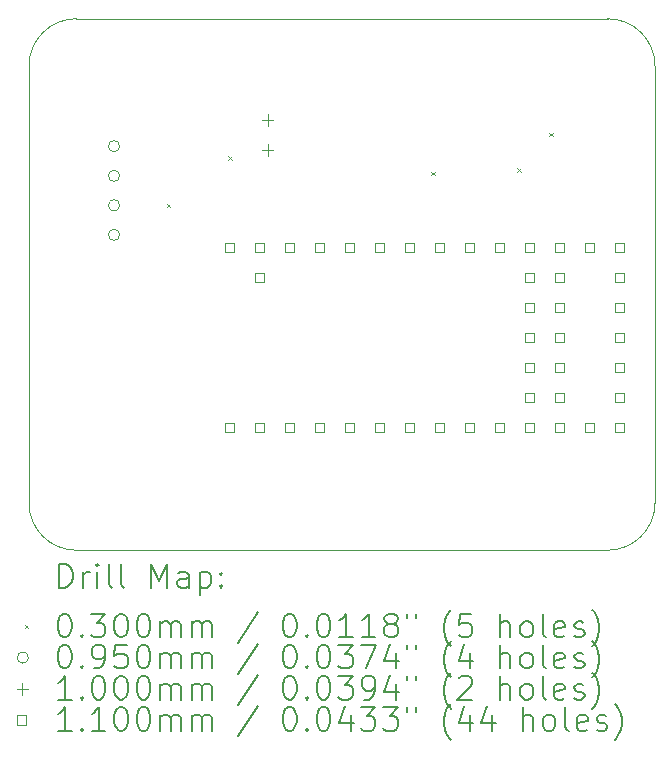
<source format=gbr>
%TF.GenerationSoftware,KiCad,Pcbnew,7.0.8*%
%TF.CreationDate,2023-12-02T16:40:04-07:00*%
%TF.ProjectId,IMUBox,494d5542-6f78-42e6-9b69-6361645f7063,v2*%
%TF.SameCoordinates,Original*%
%TF.FileFunction,Drillmap*%
%TF.FilePolarity,Positive*%
%FSLAX45Y45*%
G04 Gerber Fmt 4.5, Leading zero omitted, Abs format (unit mm)*
G04 Created by KiCad (PCBNEW 7.0.8) date 2023-12-02 16:40:04*
%MOMM*%
%LPD*%
G01*
G04 APERTURE LIST*
%ADD10C,0.100000*%
%ADD11C,0.200000*%
%ADD12C,0.030000*%
%ADD13C,0.095000*%
%ADD14C,0.110000*%
G04 APERTURE END LIST*
D10*
X11400000Y-7900000D02*
X15900000Y-7900000D01*
X15900000Y-7900000D02*
G75*
G03*
X16300000Y-7500000I0J400000D01*
G01*
X16300000Y-7500000D02*
X16300000Y-3800000D01*
X11000000Y-7500000D02*
G75*
G03*
X11400000Y-7900000I400000J0D01*
G01*
X11400000Y-3400000D02*
G75*
G03*
X11000000Y-3800000I0J-400000D01*
G01*
X11000000Y-3800000D02*
X11000000Y-7500000D01*
X16300000Y-3800000D02*
G75*
G03*
X15900000Y-3400000I-400000J0D01*
G01*
X11400000Y-3400000D02*
X15900000Y-3400000D01*
D11*
D12*
X12165000Y-4965000D02*
X12195000Y-4995000D01*
X12195000Y-4965000D02*
X12165000Y-4995000D01*
X12685000Y-4565000D02*
X12715000Y-4595000D01*
X12715000Y-4565000D02*
X12685000Y-4595000D01*
X14405000Y-4695000D02*
X14435000Y-4725000D01*
X14435000Y-4695000D02*
X14405000Y-4725000D01*
X15135000Y-4665000D02*
X15165000Y-4695000D01*
X15165000Y-4665000D02*
X15135000Y-4695000D01*
X15405000Y-4365000D02*
X15435000Y-4395000D01*
X15435000Y-4365000D02*
X15405000Y-4395000D01*
D13*
X11767500Y-4480000D02*
G75*
G03*
X11767500Y-4480000I-47500J0D01*
G01*
X11767500Y-4730000D02*
G75*
G03*
X11767500Y-4730000I-47500J0D01*
G01*
X11767500Y-4980000D02*
G75*
G03*
X11767500Y-4980000I-47500J0D01*
G01*
X11767500Y-5230000D02*
G75*
G03*
X11767500Y-5230000I-47500J0D01*
G01*
D10*
X13020000Y-4206000D02*
X13020000Y-4306000D01*
X12970000Y-4256000D02*
X13070000Y-4256000D01*
X13020000Y-4460000D02*
X13020000Y-4560000D01*
X12970000Y-4510000D02*
X13070000Y-4510000D01*
D14*
X12738891Y-5372891D02*
X12738891Y-5295109D01*
X12661109Y-5295109D01*
X12661109Y-5372891D01*
X12738891Y-5372891D01*
X12738891Y-6896891D02*
X12738891Y-6819109D01*
X12661109Y-6819109D01*
X12661109Y-6896891D01*
X12738891Y-6896891D01*
X12992891Y-5372891D02*
X12992891Y-5295109D01*
X12915109Y-5295109D01*
X12915109Y-5372891D01*
X12992891Y-5372891D01*
X12992891Y-5626891D02*
X12992891Y-5549109D01*
X12915109Y-5549109D01*
X12915109Y-5626891D01*
X12992891Y-5626891D01*
X12992891Y-6896891D02*
X12992891Y-6819109D01*
X12915109Y-6819109D01*
X12915109Y-6896891D01*
X12992891Y-6896891D01*
X13246891Y-5372891D02*
X13246891Y-5295109D01*
X13169109Y-5295109D01*
X13169109Y-5372891D01*
X13246891Y-5372891D01*
X13246891Y-6896891D02*
X13246891Y-6819109D01*
X13169109Y-6819109D01*
X13169109Y-6896891D01*
X13246891Y-6896891D01*
X13500891Y-5372891D02*
X13500891Y-5295109D01*
X13423109Y-5295109D01*
X13423109Y-5372891D01*
X13500891Y-5372891D01*
X13500891Y-6896891D02*
X13500891Y-6819109D01*
X13423109Y-6819109D01*
X13423109Y-6896891D01*
X13500891Y-6896891D01*
X13754891Y-5372891D02*
X13754891Y-5295109D01*
X13677109Y-5295109D01*
X13677109Y-5372891D01*
X13754891Y-5372891D01*
X13754891Y-6896891D02*
X13754891Y-6819109D01*
X13677109Y-6819109D01*
X13677109Y-6896891D01*
X13754891Y-6896891D01*
X14008891Y-5372891D02*
X14008891Y-5295109D01*
X13931109Y-5295109D01*
X13931109Y-5372891D01*
X14008891Y-5372891D01*
X14008891Y-6896891D02*
X14008891Y-6819109D01*
X13931109Y-6819109D01*
X13931109Y-6896891D01*
X14008891Y-6896891D01*
X14262891Y-5372891D02*
X14262891Y-5295109D01*
X14185109Y-5295109D01*
X14185109Y-5372891D01*
X14262891Y-5372891D01*
X14262891Y-6896891D02*
X14262891Y-6819109D01*
X14185109Y-6819109D01*
X14185109Y-6896891D01*
X14262891Y-6896891D01*
X14516891Y-5372891D02*
X14516891Y-5295109D01*
X14439109Y-5295109D01*
X14439109Y-5372891D01*
X14516891Y-5372891D01*
X14516891Y-6896891D02*
X14516891Y-6819109D01*
X14439109Y-6819109D01*
X14439109Y-6896891D01*
X14516891Y-6896891D01*
X14770891Y-5372891D02*
X14770891Y-5295109D01*
X14693109Y-5295109D01*
X14693109Y-5372891D01*
X14770891Y-5372891D01*
X14770891Y-6896891D02*
X14770891Y-6819109D01*
X14693109Y-6819109D01*
X14693109Y-6896891D01*
X14770891Y-6896891D01*
X15024891Y-5372891D02*
X15024891Y-5295109D01*
X14947109Y-5295109D01*
X14947109Y-5372891D01*
X15024891Y-5372891D01*
X15024891Y-6896891D02*
X15024891Y-6819109D01*
X14947109Y-6819109D01*
X14947109Y-6896891D01*
X15024891Y-6896891D01*
X15278891Y-5372891D02*
X15278891Y-5295109D01*
X15201109Y-5295109D01*
X15201109Y-5372891D01*
X15278891Y-5372891D01*
X15278891Y-5626891D02*
X15278891Y-5549109D01*
X15201109Y-5549109D01*
X15201109Y-5626891D01*
X15278891Y-5626891D01*
X15278891Y-5880891D02*
X15278891Y-5803109D01*
X15201109Y-5803109D01*
X15201109Y-5880891D01*
X15278891Y-5880891D01*
X15278891Y-6134891D02*
X15278891Y-6057109D01*
X15201109Y-6057109D01*
X15201109Y-6134891D01*
X15278891Y-6134891D01*
X15278891Y-6388891D02*
X15278891Y-6311109D01*
X15201109Y-6311109D01*
X15201109Y-6388891D01*
X15278891Y-6388891D01*
X15278891Y-6642891D02*
X15278891Y-6565109D01*
X15201109Y-6565109D01*
X15201109Y-6642891D01*
X15278891Y-6642891D01*
X15278891Y-6896891D02*
X15278891Y-6819109D01*
X15201109Y-6819109D01*
X15201109Y-6896891D01*
X15278891Y-6896891D01*
X15532891Y-5372891D02*
X15532891Y-5295109D01*
X15455109Y-5295109D01*
X15455109Y-5372891D01*
X15532891Y-5372891D01*
X15532891Y-5626891D02*
X15532891Y-5549109D01*
X15455109Y-5549109D01*
X15455109Y-5626891D01*
X15532891Y-5626891D01*
X15532891Y-5880891D02*
X15532891Y-5803109D01*
X15455109Y-5803109D01*
X15455109Y-5880891D01*
X15532891Y-5880891D01*
X15532891Y-6134891D02*
X15532891Y-6057109D01*
X15455109Y-6057109D01*
X15455109Y-6134891D01*
X15532891Y-6134891D01*
X15532891Y-6388891D02*
X15532891Y-6311109D01*
X15455109Y-6311109D01*
X15455109Y-6388891D01*
X15532891Y-6388891D01*
X15532891Y-6642891D02*
X15532891Y-6565109D01*
X15455109Y-6565109D01*
X15455109Y-6642891D01*
X15532891Y-6642891D01*
X15532891Y-6896891D02*
X15532891Y-6819109D01*
X15455109Y-6819109D01*
X15455109Y-6896891D01*
X15532891Y-6896891D01*
X15786891Y-5372891D02*
X15786891Y-5295109D01*
X15709109Y-5295109D01*
X15709109Y-5372891D01*
X15786891Y-5372891D01*
X15786891Y-6896891D02*
X15786891Y-6819109D01*
X15709109Y-6819109D01*
X15709109Y-6896891D01*
X15786891Y-6896891D01*
X16040891Y-5372891D02*
X16040891Y-5295109D01*
X15963109Y-5295109D01*
X15963109Y-5372891D01*
X16040891Y-5372891D01*
X16040891Y-5626891D02*
X16040891Y-5549109D01*
X15963109Y-5549109D01*
X15963109Y-5626891D01*
X16040891Y-5626891D01*
X16040891Y-5880891D02*
X16040891Y-5803109D01*
X15963109Y-5803109D01*
X15963109Y-5880891D01*
X16040891Y-5880891D01*
X16040891Y-6134891D02*
X16040891Y-6057109D01*
X15963109Y-6057109D01*
X15963109Y-6134891D01*
X16040891Y-6134891D01*
X16040891Y-6388891D02*
X16040891Y-6311109D01*
X15963109Y-6311109D01*
X15963109Y-6388891D01*
X16040891Y-6388891D01*
X16040891Y-6642891D02*
X16040891Y-6565109D01*
X15963109Y-6565109D01*
X15963109Y-6642891D01*
X16040891Y-6642891D01*
X16040891Y-6896891D02*
X16040891Y-6819109D01*
X15963109Y-6819109D01*
X15963109Y-6896891D01*
X16040891Y-6896891D01*
D11*
X11255777Y-8216484D02*
X11255777Y-8016484D01*
X11255777Y-8016484D02*
X11303396Y-8016484D01*
X11303396Y-8016484D02*
X11331967Y-8026008D01*
X11331967Y-8026008D02*
X11351015Y-8045055D01*
X11351015Y-8045055D02*
X11360539Y-8064103D01*
X11360539Y-8064103D02*
X11370062Y-8102198D01*
X11370062Y-8102198D02*
X11370062Y-8130769D01*
X11370062Y-8130769D02*
X11360539Y-8168865D01*
X11360539Y-8168865D02*
X11351015Y-8187912D01*
X11351015Y-8187912D02*
X11331967Y-8206960D01*
X11331967Y-8206960D02*
X11303396Y-8216484D01*
X11303396Y-8216484D02*
X11255777Y-8216484D01*
X11455777Y-8216484D02*
X11455777Y-8083150D01*
X11455777Y-8121246D02*
X11465301Y-8102198D01*
X11465301Y-8102198D02*
X11474824Y-8092674D01*
X11474824Y-8092674D02*
X11493872Y-8083150D01*
X11493872Y-8083150D02*
X11512920Y-8083150D01*
X11579586Y-8216484D02*
X11579586Y-8083150D01*
X11579586Y-8016484D02*
X11570062Y-8026008D01*
X11570062Y-8026008D02*
X11579586Y-8035531D01*
X11579586Y-8035531D02*
X11589110Y-8026008D01*
X11589110Y-8026008D02*
X11579586Y-8016484D01*
X11579586Y-8016484D02*
X11579586Y-8035531D01*
X11703396Y-8216484D02*
X11684348Y-8206960D01*
X11684348Y-8206960D02*
X11674824Y-8187912D01*
X11674824Y-8187912D02*
X11674824Y-8016484D01*
X11808158Y-8216484D02*
X11789110Y-8206960D01*
X11789110Y-8206960D02*
X11779586Y-8187912D01*
X11779586Y-8187912D02*
X11779586Y-8016484D01*
X12036729Y-8216484D02*
X12036729Y-8016484D01*
X12036729Y-8016484D02*
X12103396Y-8159341D01*
X12103396Y-8159341D02*
X12170062Y-8016484D01*
X12170062Y-8016484D02*
X12170062Y-8216484D01*
X12351015Y-8216484D02*
X12351015Y-8111722D01*
X12351015Y-8111722D02*
X12341491Y-8092674D01*
X12341491Y-8092674D02*
X12322443Y-8083150D01*
X12322443Y-8083150D02*
X12284348Y-8083150D01*
X12284348Y-8083150D02*
X12265301Y-8092674D01*
X12351015Y-8206960D02*
X12331967Y-8216484D01*
X12331967Y-8216484D02*
X12284348Y-8216484D01*
X12284348Y-8216484D02*
X12265301Y-8206960D01*
X12265301Y-8206960D02*
X12255777Y-8187912D01*
X12255777Y-8187912D02*
X12255777Y-8168865D01*
X12255777Y-8168865D02*
X12265301Y-8149817D01*
X12265301Y-8149817D02*
X12284348Y-8140293D01*
X12284348Y-8140293D02*
X12331967Y-8140293D01*
X12331967Y-8140293D02*
X12351015Y-8130769D01*
X12446253Y-8083150D02*
X12446253Y-8283150D01*
X12446253Y-8092674D02*
X12465301Y-8083150D01*
X12465301Y-8083150D02*
X12503396Y-8083150D01*
X12503396Y-8083150D02*
X12522443Y-8092674D01*
X12522443Y-8092674D02*
X12531967Y-8102198D01*
X12531967Y-8102198D02*
X12541491Y-8121246D01*
X12541491Y-8121246D02*
X12541491Y-8178388D01*
X12541491Y-8178388D02*
X12531967Y-8197436D01*
X12531967Y-8197436D02*
X12522443Y-8206960D01*
X12522443Y-8206960D02*
X12503396Y-8216484D01*
X12503396Y-8216484D02*
X12465301Y-8216484D01*
X12465301Y-8216484D02*
X12446253Y-8206960D01*
X12627205Y-8197436D02*
X12636729Y-8206960D01*
X12636729Y-8206960D02*
X12627205Y-8216484D01*
X12627205Y-8216484D02*
X12617682Y-8206960D01*
X12617682Y-8206960D02*
X12627205Y-8197436D01*
X12627205Y-8197436D02*
X12627205Y-8216484D01*
X12627205Y-8092674D02*
X12636729Y-8102198D01*
X12636729Y-8102198D02*
X12627205Y-8111722D01*
X12627205Y-8111722D02*
X12617682Y-8102198D01*
X12617682Y-8102198D02*
X12627205Y-8092674D01*
X12627205Y-8092674D02*
X12627205Y-8111722D01*
D12*
X10965000Y-8530000D02*
X10995000Y-8560000D01*
X10995000Y-8530000D02*
X10965000Y-8560000D01*
D11*
X11293872Y-8436484D02*
X11312920Y-8436484D01*
X11312920Y-8436484D02*
X11331967Y-8446008D01*
X11331967Y-8446008D02*
X11341491Y-8455531D01*
X11341491Y-8455531D02*
X11351015Y-8474579D01*
X11351015Y-8474579D02*
X11360539Y-8512674D01*
X11360539Y-8512674D02*
X11360539Y-8560293D01*
X11360539Y-8560293D02*
X11351015Y-8598389D01*
X11351015Y-8598389D02*
X11341491Y-8617436D01*
X11341491Y-8617436D02*
X11331967Y-8626960D01*
X11331967Y-8626960D02*
X11312920Y-8636484D01*
X11312920Y-8636484D02*
X11293872Y-8636484D01*
X11293872Y-8636484D02*
X11274824Y-8626960D01*
X11274824Y-8626960D02*
X11265301Y-8617436D01*
X11265301Y-8617436D02*
X11255777Y-8598389D01*
X11255777Y-8598389D02*
X11246253Y-8560293D01*
X11246253Y-8560293D02*
X11246253Y-8512674D01*
X11246253Y-8512674D02*
X11255777Y-8474579D01*
X11255777Y-8474579D02*
X11265301Y-8455531D01*
X11265301Y-8455531D02*
X11274824Y-8446008D01*
X11274824Y-8446008D02*
X11293872Y-8436484D01*
X11446253Y-8617436D02*
X11455777Y-8626960D01*
X11455777Y-8626960D02*
X11446253Y-8636484D01*
X11446253Y-8636484D02*
X11436729Y-8626960D01*
X11436729Y-8626960D02*
X11446253Y-8617436D01*
X11446253Y-8617436D02*
X11446253Y-8636484D01*
X11522443Y-8436484D02*
X11646253Y-8436484D01*
X11646253Y-8436484D02*
X11579586Y-8512674D01*
X11579586Y-8512674D02*
X11608158Y-8512674D01*
X11608158Y-8512674D02*
X11627205Y-8522198D01*
X11627205Y-8522198D02*
X11636729Y-8531722D01*
X11636729Y-8531722D02*
X11646253Y-8550770D01*
X11646253Y-8550770D02*
X11646253Y-8598389D01*
X11646253Y-8598389D02*
X11636729Y-8617436D01*
X11636729Y-8617436D02*
X11627205Y-8626960D01*
X11627205Y-8626960D02*
X11608158Y-8636484D01*
X11608158Y-8636484D02*
X11551015Y-8636484D01*
X11551015Y-8636484D02*
X11531967Y-8626960D01*
X11531967Y-8626960D02*
X11522443Y-8617436D01*
X11770062Y-8436484D02*
X11789110Y-8436484D01*
X11789110Y-8436484D02*
X11808158Y-8446008D01*
X11808158Y-8446008D02*
X11817682Y-8455531D01*
X11817682Y-8455531D02*
X11827205Y-8474579D01*
X11827205Y-8474579D02*
X11836729Y-8512674D01*
X11836729Y-8512674D02*
X11836729Y-8560293D01*
X11836729Y-8560293D02*
X11827205Y-8598389D01*
X11827205Y-8598389D02*
X11817682Y-8617436D01*
X11817682Y-8617436D02*
X11808158Y-8626960D01*
X11808158Y-8626960D02*
X11789110Y-8636484D01*
X11789110Y-8636484D02*
X11770062Y-8636484D01*
X11770062Y-8636484D02*
X11751015Y-8626960D01*
X11751015Y-8626960D02*
X11741491Y-8617436D01*
X11741491Y-8617436D02*
X11731967Y-8598389D01*
X11731967Y-8598389D02*
X11722443Y-8560293D01*
X11722443Y-8560293D02*
X11722443Y-8512674D01*
X11722443Y-8512674D02*
X11731967Y-8474579D01*
X11731967Y-8474579D02*
X11741491Y-8455531D01*
X11741491Y-8455531D02*
X11751015Y-8446008D01*
X11751015Y-8446008D02*
X11770062Y-8436484D01*
X11960539Y-8436484D02*
X11979586Y-8436484D01*
X11979586Y-8436484D02*
X11998634Y-8446008D01*
X11998634Y-8446008D02*
X12008158Y-8455531D01*
X12008158Y-8455531D02*
X12017682Y-8474579D01*
X12017682Y-8474579D02*
X12027205Y-8512674D01*
X12027205Y-8512674D02*
X12027205Y-8560293D01*
X12027205Y-8560293D02*
X12017682Y-8598389D01*
X12017682Y-8598389D02*
X12008158Y-8617436D01*
X12008158Y-8617436D02*
X11998634Y-8626960D01*
X11998634Y-8626960D02*
X11979586Y-8636484D01*
X11979586Y-8636484D02*
X11960539Y-8636484D01*
X11960539Y-8636484D02*
X11941491Y-8626960D01*
X11941491Y-8626960D02*
X11931967Y-8617436D01*
X11931967Y-8617436D02*
X11922443Y-8598389D01*
X11922443Y-8598389D02*
X11912920Y-8560293D01*
X11912920Y-8560293D02*
X11912920Y-8512674D01*
X11912920Y-8512674D02*
X11922443Y-8474579D01*
X11922443Y-8474579D02*
X11931967Y-8455531D01*
X11931967Y-8455531D02*
X11941491Y-8446008D01*
X11941491Y-8446008D02*
X11960539Y-8436484D01*
X12112920Y-8636484D02*
X12112920Y-8503150D01*
X12112920Y-8522198D02*
X12122443Y-8512674D01*
X12122443Y-8512674D02*
X12141491Y-8503150D01*
X12141491Y-8503150D02*
X12170063Y-8503150D01*
X12170063Y-8503150D02*
X12189110Y-8512674D01*
X12189110Y-8512674D02*
X12198634Y-8531722D01*
X12198634Y-8531722D02*
X12198634Y-8636484D01*
X12198634Y-8531722D02*
X12208158Y-8512674D01*
X12208158Y-8512674D02*
X12227205Y-8503150D01*
X12227205Y-8503150D02*
X12255777Y-8503150D01*
X12255777Y-8503150D02*
X12274824Y-8512674D01*
X12274824Y-8512674D02*
X12284348Y-8531722D01*
X12284348Y-8531722D02*
X12284348Y-8636484D01*
X12379586Y-8636484D02*
X12379586Y-8503150D01*
X12379586Y-8522198D02*
X12389110Y-8512674D01*
X12389110Y-8512674D02*
X12408158Y-8503150D01*
X12408158Y-8503150D02*
X12436729Y-8503150D01*
X12436729Y-8503150D02*
X12455777Y-8512674D01*
X12455777Y-8512674D02*
X12465301Y-8531722D01*
X12465301Y-8531722D02*
X12465301Y-8636484D01*
X12465301Y-8531722D02*
X12474824Y-8512674D01*
X12474824Y-8512674D02*
X12493872Y-8503150D01*
X12493872Y-8503150D02*
X12522443Y-8503150D01*
X12522443Y-8503150D02*
X12541491Y-8512674D01*
X12541491Y-8512674D02*
X12551015Y-8531722D01*
X12551015Y-8531722D02*
X12551015Y-8636484D01*
X12941491Y-8426960D02*
X12770063Y-8684103D01*
X13198634Y-8436484D02*
X13217682Y-8436484D01*
X13217682Y-8436484D02*
X13236729Y-8446008D01*
X13236729Y-8446008D02*
X13246253Y-8455531D01*
X13246253Y-8455531D02*
X13255777Y-8474579D01*
X13255777Y-8474579D02*
X13265301Y-8512674D01*
X13265301Y-8512674D02*
X13265301Y-8560293D01*
X13265301Y-8560293D02*
X13255777Y-8598389D01*
X13255777Y-8598389D02*
X13246253Y-8617436D01*
X13246253Y-8617436D02*
X13236729Y-8626960D01*
X13236729Y-8626960D02*
X13217682Y-8636484D01*
X13217682Y-8636484D02*
X13198634Y-8636484D01*
X13198634Y-8636484D02*
X13179586Y-8626960D01*
X13179586Y-8626960D02*
X13170063Y-8617436D01*
X13170063Y-8617436D02*
X13160539Y-8598389D01*
X13160539Y-8598389D02*
X13151015Y-8560293D01*
X13151015Y-8560293D02*
X13151015Y-8512674D01*
X13151015Y-8512674D02*
X13160539Y-8474579D01*
X13160539Y-8474579D02*
X13170063Y-8455531D01*
X13170063Y-8455531D02*
X13179586Y-8446008D01*
X13179586Y-8446008D02*
X13198634Y-8436484D01*
X13351015Y-8617436D02*
X13360539Y-8626960D01*
X13360539Y-8626960D02*
X13351015Y-8636484D01*
X13351015Y-8636484D02*
X13341491Y-8626960D01*
X13341491Y-8626960D02*
X13351015Y-8617436D01*
X13351015Y-8617436D02*
X13351015Y-8636484D01*
X13484348Y-8436484D02*
X13503396Y-8436484D01*
X13503396Y-8436484D02*
X13522444Y-8446008D01*
X13522444Y-8446008D02*
X13531967Y-8455531D01*
X13531967Y-8455531D02*
X13541491Y-8474579D01*
X13541491Y-8474579D02*
X13551015Y-8512674D01*
X13551015Y-8512674D02*
X13551015Y-8560293D01*
X13551015Y-8560293D02*
X13541491Y-8598389D01*
X13541491Y-8598389D02*
X13531967Y-8617436D01*
X13531967Y-8617436D02*
X13522444Y-8626960D01*
X13522444Y-8626960D02*
X13503396Y-8636484D01*
X13503396Y-8636484D02*
X13484348Y-8636484D01*
X13484348Y-8636484D02*
X13465301Y-8626960D01*
X13465301Y-8626960D02*
X13455777Y-8617436D01*
X13455777Y-8617436D02*
X13446253Y-8598389D01*
X13446253Y-8598389D02*
X13436729Y-8560293D01*
X13436729Y-8560293D02*
X13436729Y-8512674D01*
X13436729Y-8512674D02*
X13446253Y-8474579D01*
X13446253Y-8474579D02*
X13455777Y-8455531D01*
X13455777Y-8455531D02*
X13465301Y-8446008D01*
X13465301Y-8446008D02*
X13484348Y-8436484D01*
X13741491Y-8636484D02*
X13627206Y-8636484D01*
X13684348Y-8636484D02*
X13684348Y-8436484D01*
X13684348Y-8436484D02*
X13665301Y-8465055D01*
X13665301Y-8465055D02*
X13646253Y-8484103D01*
X13646253Y-8484103D02*
X13627206Y-8493627D01*
X13931967Y-8636484D02*
X13817682Y-8636484D01*
X13874825Y-8636484D02*
X13874825Y-8436484D01*
X13874825Y-8436484D02*
X13855777Y-8465055D01*
X13855777Y-8465055D02*
X13836729Y-8484103D01*
X13836729Y-8484103D02*
X13817682Y-8493627D01*
X14046253Y-8522198D02*
X14027206Y-8512674D01*
X14027206Y-8512674D02*
X14017682Y-8503150D01*
X14017682Y-8503150D02*
X14008158Y-8484103D01*
X14008158Y-8484103D02*
X14008158Y-8474579D01*
X14008158Y-8474579D02*
X14017682Y-8455531D01*
X14017682Y-8455531D02*
X14027206Y-8446008D01*
X14027206Y-8446008D02*
X14046253Y-8436484D01*
X14046253Y-8436484D02*
X14084348Y-8436484D01*
X14084348Y-8436484D02*
X14103396Y-8446008D01*
X14103396Y-8446008D02*
X14112920Y-8455531D01*
X14112920Y-8455531D02*
X14122444Y-8474579D01*
X14122444Y-8474579D02*
X14122444Y-8484103D01*
X14122444Y-8484103D02*
X14112920Y-8503150D01*
X14112920Y-8503150D02*
X14103396Y-8512674D01*
X14103396Y-8512674D02*
X14084348Y-8522198D01*
X14084348Y-8522198D02*
X14046253Y-8522198D01*
X14046253Y-8522198D02*
X14027206Y-8531722D01*
X14027206Y-8531722D02*
X14017682Y-8541246D01*
X14017682Y-8541246D02*
X14008158Y-8560293D01*
X14008158Y-8560293D02*
X14008158Y-8598389D01*
X14008158Y-8598389D02*
X14017682Y-8617436D01*
X14017682Y-8617436D02*
X14027206Y-8626960D01*
X14027206Y-8626960D02*
X14046253Y-8636484D01*
X14046253Y-8636484D02*
X14084348Y-8636484D01*
X14084348Y-8636484D02*
X14103396Y-8626960D01*
X14103396Y-8626960D02*
X14112920Y-8617436D01*
X14112920Y-8617436D02*
X14122444Y-8598389D01*
X14122444Y-8598389D02*
X14122444Y-8560293D01*
X14122444Y-8560293D02*
X14112920Y-8541246D01*
X14112920Y-8541246D02*
X14103396Y-8531722D01*
X14103396Y-8531722D02*
X14084348Y-8522198D01*
X14198634Y-8436484D02*
X14198634Y-8474579D01*
X14274825Y-8436484D02*
X14274825Y-8474579D01*
X14570063Y-8712674D02*
X14560539Y-8703150D01*
X14560539Y-8703150D02*
X14541491Y-8674579D01*
X14541491Y-8674579D02*
X14531968Y-8655531D01*
X14531968Y-8655531D02*
X14522444Y-8626960D01*
X14522444Y-8626960D02*
X14512920Y-8579341D01*
X14512920Y-8579341D02*
X14512920Y-8541246D01*
X14512920Y-8541246D02*
X14522444Y-8493627D01*
X14522444Y-8493627D02*
X14531968Y-8465055D01*
X14531968Y-8465055D02*
X14541491Y-8446008D01*
X14541491Y-8446008D02*
X14560539Y-8417436D01*
X14560539Y-8417436D02*
X14570063Y-8407912D01*
X14741491Y-8436484D02*
X14646253Y-8436484D01*
X14646253Y-8436484D02*
X14636729Y-8531722D01*
X14636729Y-8531722D02*
X14646253Y-8522198D01*
X14646253Y-8522198D02*
X14665301Y-8512674D01*
X14665301Y-8512674D02*
X14712920Y-8512674D01*
X14712920Y-8512674D02*
X14731968Y-8522198D01*
X14731968Y-8522198D02*
X14741491Y-8531722D01*
X14741491Y-8531722D02*
X14751015Y-8550770D01*
X14751015Y-8550770D02*
X14751015Y-8598389D01*
X14751015Y-8598389D02*
X14741491Y-8617436D01*
X14741491Y-8617436D02*
X14731968Y-8626960D01*
X14731968Y-8626960D02*
X14712920Y-8636484D01*
X14712920Y-8636484D02*
X14665301Y-8636484D01*
X14665301Y-8636484D02*
X14646253Y-8626960D01*
X14646253Y-8626960D02*
X14636729Y-8617436D01*
X14989110Y-8636484D02*
X14989110Y-8436484D01*
X15074825Y-8636484D02*
X15074825Y-8531722D01*
X15074825Y-8531722D02*
X15065301Y-8512674D01*
X15065301Y-8512674D02*
X15046253Y-8503150D01*
X15046253Y-8503150D02*
X15017682Y-8503150D01*
X15017682Y-8503150D02*
X14998634Y-8512674D01*
X14998634Y-8512674D02*
X14989110Y-8522198D01*
X15198634Y-8636484D02*
X15179587Y-8626960D01*
X15179587Y-8626960D02*
X15170063Y-8617436D01*
X15170063Y-8617436D02*
X15160539Y-8598389D01*
X15160539Y-8598389D02*
X15160539Y-8541246D01*
X15160539Y-8541246D02*
X15170063Y-8522198D01*
X15170063Y-8522198D02*
X15179587Y-8512674D01*
X15179587Y-8512674D02*
X15198634Y-8503150D01*
X15198634Y-8503150D02*
X15227206Y-8503150D01*
X15227206Y-8503150D02*
X15246253Y-8512674D01*
X15246253Y-8512674D02*
X15255777Y-8522198D01*
X15255777Y-8522198D02*
X15265301Y-8541246D01*
X15265301Y-8541246D02*
X15265301Y-8598389D01*
X15265301Y-8598389D02*
X15255777Y-8617436D01*
X15255777Y-8617436D02*
X15246253Y-8626960D01*
X15246253Y-8626960D02*
X15227206Y-8636484D01*
X15227206Y-8636484D02*
X15198634Y-8636484D01*
X15379587Y-8636484D02*
X15360539Y-8626960D01*
X15360539Y-8626960D02*
X15351015Y-8607912D01*
X15351015Y-8607912D02*
X15351015Y-8436484D01*
X15531968Y-8626960D02*
X15512920Y-8636484D01*
X15512920Y-8636484D02*
X15474825Y-8636484D01*
X15474825Y-8636484D02*
X15455777Y-8626960D01*
X15455777Y-8626960D02*
X15446253Y-8607912D01*
X15446253Y-8607912D02*
X15446253Y-8531722D01*
X15446253Y-8531722D02*
X15455777Y-8512674D01*
X15455777Y-8512674D02*
X15474825Y-8503150D01*
X15474825Y-8503150D02*
X15512920Y-8503150D01*
X15512920Y-8503150D02*
X15531968Y-8512674D01*
X15531968Y-8512674D02*
X15541491Y-8531722D01*
X15541491Y-8531722D02*
X15541491Y-8550770D01*
X15541491Y-8550770D02*
X15446253Y-8569817D01*
X15617682Y-8626960D02*
X15636730Y-8636484D01*
X15636730Y-8636484D02*
X15674825Y-8636484D01*
X15674825Y-8636484D02*
X15693872Y-8626960D01*
X15693872Y-8626960D02*
X15703396Y-8607912D01*
X15703396Y-8607912D02*
X15703396Y-8598389D01*
X15703396Y-8598389D02*
X15693872Y-8579341D01*
X15693872Y-8579341D02*
X15674825Y-8569817D01*
X15674825Y-8569817D02*
X15646253Y-8569817D01*
X15646253Y-8569817D02*
X15627206Y-8560293D01*
X15627206Y-8560293D02*
X15617682Y-8541246D01*
X15617682Y-8541246D02*
X15617682Y-8531722D01*
X15617682Y-8531722D02*
X15627206Y-8512674D01*
X15627206Y-8512674D02*
X15646253Y-8503150D01*
X15646253Y-8503150D02*
X15674825Y-8503150D01*
X15674825Y-8503150D02*
X15693872Y-8512674D01*
X15770063Y-8712674D02*
X15779587Y-8703150D01*
X15779587Y-8703150D02*
X15798634Y-8674579D01*
X15798634Y-8674579D02*
X15808158Y-8655531D01*
X15808158Y-8655531D02*
X15817682Y-8626960D01*
X15817682Y-8626960D02*
X15827206Y-8579341D01*
X15827206Y-8579341D02*
X15827206Y-8541246D01*
X15827206Y-8541246D02*
X15817682Y-8493627D01*
X15817682Y-8493627D02*
X15808158Y-8465055D01*
X15808158Y-8465055D02*
X15798634Y-8446008D01*
X15798634Y-8446008D02*
X15779587Y-8417436D01*
X15779587Y-8417436D02*
X15770063Y-8407912D01*
D13*
X10995000Y-8809000D02*
G75*
G03*
X10995000Y-8809000I-47500J0D01*
G01*
D11*
X11293872Y-8700484D02*
X11312920Y-8700484D01*
X11312920Y-8700484D02*
X11331967Y-8710008D01*
X11331967Y-8710008D02*
X11341491Y-8719531D01*
X11341491Y-8719531D02*
X11351015Y-8738579D01*
X11351015Y-8738579D02*
X11360539Y-8776674D01*
X11360539Y-8776674D02*
X11360539Y-8824293D01*
X11360539Y-8824293D02*
X11351015Y-8862389D01*
X11351015Y-8862389D02*
X11341491Y-8881436D01*
X11341491Y-8881436D02*
X11331967Y-8890960D01*
X11331967Y-8890960D02*
X11312920Y-8900484D01*
X11312920Y-8900484D02*
X11293872Y-8900484D01*
X11293872Y-8900484D02*
X11274824Y-8890960D01*
X11274824Y-8890960D02*
X11265301Y-8881436D01*
X11265301Y-8881436D02*
X11255777Y-8862389D01*
X11255777Y-8862389D02*
X11246253Y-8824293D01*
X11246253Y-8824293D02*
X11246253Y-8776674D01*
X11246253Y-8776674D02*
X11255777Y-8738579D01*
X11255777Y-8738579D02*
X11265301Y-8719531D01*
X11265301Y-8719531D02*
X11274824Y-8710008D01*
X11274824Y-8710008D02*
X11293872Y-8700484D01*
X11446253Y-8881436D02*
X11455777Y-8890960D01*
X11455777Y-8890960D02*
X11446253Y-8900484D01*
X11446253Y-8900484D02*
X11436729Y-8890960D01*
X11436729Y-8890960D02*
X11446253Y-8881436D01*
X11446253Y-8881436D02*
X11446253Y-8900484D01*
X11551015Y-8900484D02*
X11589110Y-8900484D01*
X11589110Y-8900484D02*
X11608158Y-8890960D01*
X11608158Y-8890960D02*
X11617682Y-8881436D01*
X11617682Y-8881436D02*
X11636729Y-8852865D01*
X11636729Y-8852865D02*
X11646253Y-8814770D01*
X11646253Y-8814770D02*
X11646253Y-8738579D01*
X11646253Y-8738579D02*
X11636729Y-8719531D01*
X11636729Y-8719531D02*
X11627205Y-8710008D01*
X11627205Y-8710008D02*
X11608158Y-8700484D01*
X11608158Y-8700484D02*
X11570062Y-8700484D01*
X11570062Y-8700484D02*
X11551015Y-8710008D01*
X11551015Y-8710008D02*
X11541491Y-8719531D01*
X11541491Y-8719531D02*
X11531967Y-8738579D01*
X11531967Y-8738579D02*
X11531967Y-8786198D01*
X11531967Y-8786198D02*
X11541491Y-8805246D01*
X11541491Y-8805246D02*
X11551015Y-8814770D01*
X11551015Y-8814770D02*
X11570062Y-8824293D01*
X11570062Y-8824293D02*
X11608158Y-8824293D01*
X11608158Y-8824293D02*
X11627205Y-8814770D01*
X11627205Y-8814770D02*
X11636729Y-8805246D01*
X11636729Y-8805246D02*
X11646253Y-8786198D01*
X11827205Y-8700484D02*
X11731967Y-8700484D01*
X11731967Y-8700484D02*
X11722443Y-8795722D01*
X11722443Y-8795722D02*
X11731967Y-8786198D01*
X11731967Y-8786198D02*
X11751015Y-8776674D01*
X11751015Y-8776674D02*
X11798634Y-8776674D01*
X11798634Y-8776674D02*
X11817682Y-8786198D01*
X11817682Y-8786198D02*
X11827205Y-8795722D01*
X11827205Y-8795722D02*
X11836729Y-8814770D01*
X11836729Y-8814770D02*
X11836729Y-8862389D01*
X11836729Y-8862389D02*
X11827205Y-8881436D01*
X11827205Y-8881436D02*
X11817682Y-8890960D01*
X11817682Y-8890960D02*
X11798634Y-8900484D01*
X11798634Y-8900484D02*
X11751015Y-8900484D01*
X11751015Y-8900484D02*
X11731967Y-8890960D01*
X11731967Y-8890960D02*
X11722443Y-8881436D01*
X11960539Y-8700484D02*
X11979586Y-8700484D01*
X11979586Y-8700484D02*
X11998634Y-8710008D01*
X11998634Y-8710008D02*
X12008158Y-8719531D01*
X12008158Y-8719531D02*
X12017682Y-8738579D01*
X12017682Y-8738579D02*
X12027205Y-8776674D01*
X12027205Y-8776674D02*
X12027205Y-8824293D01*
X12027205Y-8824293D02*
X12017682Y-8862389D01*
X12017682Y-8862389D02*
X12008158Y-8881436D01*
X12008158Y-8881436D02*
X11998634Y-8890960D01*
X11998634Y-8890960D02*
X11979586Y-8900484D01*
X11979586Y-8900484D02*
X11960539Y-8900484D01*
X11960539Y-8900484D02*
X11941491Y-8890960D01*
X11941491Y-8890960D02*
X11931967Y-8881436D01*
X11931967Y-8881436D02*
X11922443Y-8862389D01*
X11922443Y-8862389D02*
X11912920Y-8824293D01*
X11912920Y-8824293D02*
X11912920Y-8776674D01*
X11912920Y-8776674D02*
X11922443Y-8738579D01*
X11922443Y-8738579D02*
X11931967Y-8719531D01*
X11931967Y-8719531D02*
X11941491Y-8710008D01*
X11941491Y-8710008D02*
X11960539Y-8700484D01*
X12112920Y-8900484D02*
X12112920Y-8767150D01*
X12112920Y-8786198D02*
X12122443Y-8776674D01*
X12122443Y-8776674D02*
X12141491Y-8767150D01*
X12141491Y-8767150D02*
X12170063Y-8767150D01*
X12170063Y-8767150D02*
X12189110Y-8776674D01*
X12189110Y-8776674D02*
X12198634Y-8795722D01*
X12198634Y-8795722D02*
X12198634Y-8900484D01*
X12198634Y-8795722D02*
X12208158Y-8776674D01*
X12208158Y-8776674D02*
X12227205Y-8767150D01*
X12227205Y-8767150D02*
X12255777Y-8767150D01*
X12255777Y-8767150D02*
X12274824Y-8776674D01*
X12274824Y-8776674D02*
X12284348Y-8795722D01*
X12284348Y-8795722D02*
X12284348Y-8900484D01*
X12379586Y-8900484D02*
X12379586Y-8767150D01*
X12379586Y-8786198D02*
X12389110Y-8776674D01*
X12389110Y-8776674D02*
X12408158Y-8767150D01*
X12408158Y-8767150D02*
X12436729Y-8767150D01*
X12436729Y-8767150D02*
X12455777Y-8776674D01*
X12455777Y-8776674D02*
X12465301Y-8795722D01*
X12465301Y-8795722D02*
X12465301Y-8900484D01*
X12465301Y-8795722D02*
X12474824Y-8776674D01*
X12474824Y-8776674D02*
X12493872Y-8767150D01*
X12493872Y-8767150D02*
X12522443Y-8767150D01*
X12522443Y-8767150D02*
X12541491Y-8776674D01*
X12541491Y-8776674D02*
X12551015Y-8795722D01*
X12551015Y-8795722D02*
X12551015Y-8900484D01*
X12941491Y-8690960D02*
X12770063Y-8948103D01*
X13198634Y-8700484D02*
X13217682Y-8700484D01*
X13217682Y-8700484D02*
X13236729Y-8710008D01*
X13236729Y-8710008D02*
X13246253Y-8719531D01*
X13246253Y-8719531D02*
X13255777Y-8738579D01*
X13255777Y-8738579D02*
X13265301Y-8776674D01*
X13265301Y-8776674D02*
X13265301Y-8824293D01*
X13265301Y-8824293D02*
X13255777Y-8862389D01*
X13255777Y-8862389D02*
X13246253Y-8881436D01*
X13246253Y-8881436D02*
X13236729Y-8890960D01*
X13236729Y-8890960D02*
X13217682Y-8900484D01*
X13217682Y-8900484D02*
X13198634Y-8900484D01*
X13198634Y-8900484D02*
X13179586Y-8890960D01*
X13179586Y-8890960D02*
X13170063Y-8881436D01*
X13170063Y-8881436D02*
X13160539Y-8862389D01*
X13160539Y-8862389D02*
X13151015Y-8824293D01*
X13151015Y-8824293D02*
X13151015Y-8776674D01*
X13151015Y-8776674D02*
X13160539Y-8738579D01*
X13160539Y-8738579D02*
X13170063Y-8719531D01*
X13170063Y-8719531D02*
X13179586Y-8710008D01*
X13179586Y-8710008D02*
X13198634Y-8700484D01*
X13351015Y-8881436D02*
X13360539Y-8890960D01*
X13360539Y-8890960D02*
X13351015Y-8900484D01*
X13351015Y-8900484D02*
X13341491Y-8890960D01*
X13341491Y-8890960D02*
X13351015Y-8881436D01*
X13351015Y-8881436D02*
X13351015Y-8900484D01*
X13484348Y-8700484D02*
X13503396Y-8700484D01*
X13503396Y-8700484D02*
X13522444Y-8710008D01*
X13522444Y-8710008D02*
X13531967Y-8719531D01*
X13531967Y-8719531D02*
X13541491Y-8738579D01*
X13541491Y-8738579D02*
X13551015Y-8776674D01*
X13551015Y-8776674D02*
X13551015Y-8824293D01*
X13551015Y-8824293D02*
X13541491Y-8862389D01*
X13541491Y-8862389D02*
X13531967Y-8881436D01*
X13531967Y-8881436D02*
X13522444Y-8890960D01*
X13522444Y-8890960D02*
X13503396Y-8900484D01*
X13503396Y-8900484D02*
X13484348Y-8900484D01*
X13484348Y-8900484D02*
X13465301Y-8890960D01*
X13465301Y-8890960D02*
X13455777Y-8881436D01*
X13455777Y-8881436D02*
X13446253Y-8862389D01*
X13446253Y-8862389D02*
X13436729Y-8824293D01*
X13436729Y-8824293D02*
X13436729Y-8776674D01*
X13436729Y-8776674D02*
X13446253Y-8738579D01*
X13446253Y-8738579D02*
X13455777Y-8719531D01*
X13455777Y-8719531D02*
X13465301Y-8710008D01*
X13465301Y-8710008D02*
X13484348Y-8700484D01*
X13617682Y-8700484D02*
X13741491Y-8700484D01*
X13741491Y-8700484D02*
X13674825Y-8776674D01*
X13674825Y-8776674D02*
X13703396Y-8776674D01*
X13703396Y-8776674D02*
X13722444Y-8786198D01*
X13722444Y-8786198D02*
X13731967Y-8795722D01*
X13731967Y-8795722D02*
X13741491Y-8814770D01*
X13741491Y-8814770D02*
X13741491Y-8862389D01*
X13741491Y-8862389D02*
X13731967Y-8881436D01*
X13731967Y-8881436D02*
X13722444Y-8890960D01*
X13722444Y-8890960D02*
X13703396Y-8900484D01*
X13703396Y-8900484D02*
X13646253Y-8900484D01*
X13646253Y-8900484D02*
X13627206Y-8890960D01*
X13627206Y-8890960D02*
X13617682Y-8881436D01*
X13808158Y-8700484D02*
X13941491Y-8700484D01*
X13941491Y-8700484D02*
X13855777Y-8900484D01*
X14103396Y-8767150D02*
X14103396Y-8900484D01*
X14055777Y-8690960D02*
X14008158Y-8833817D01*
X14008158Y-8833817D02*
X14131967Y-8833817D01*
X14198634Y-8700484D02*
X14198634Y-8738579D01*
X14274825Y-8700484D02*
X14274825Y-8738579D01*
X14570063Y-8976674D02*
X14560539Y-8967150D01*
X14560539Y-8967150D02*
X14541491Y-8938579D01*
X14541491Y-8938579D02*
X14531968Y-8919531D01*
X14531968Y-8919531D02*
X14522444Y-8890960D01*
X14522444Y-8890960D02*
X14512920Y-8843341D01*
X14512920Y-8843341D02*
X14512920Y-8805246D01*
X14512920Y-8805246D02*
X14522444Y-8757627D01*
X14522444Y-8757627D02*
X14531968Y-8729055D01*
X14531968Y-8729055D02*
X14541491Y-8710008D01*
X14541491Y-8710008D02*
X14560539Y-8681436D01*
X14560539Y-8681436D02*
X14570063Y-8671912D01*
X14731968Y-8767150D02*
X14731968Y-8900484D01*
X14684348Y-8690960D02*
X14636729Y-8833817D01*
X14636729Y-8833817D02*
X14760539Y-8833817D01*
X14989110Y-8900484D02*
X14989110Y-8700484D01*
X15074825Y-8900484D02*
X15074825Y-8795722D01*
X15074825Y-8795722D02*
X15065301Y-8776674D01*
X15065301Y-8776674D02*
X15046253Y-8767150D01*
X15046253Y-8767150D02*
X15017682Y-8767150D01*
X15017682Y-8767150D02*
X14998634Y-8776674D01*
X14998634Y-8776674D02*
X14989110Y-8786198D01*
X15198634Y-8900484D02*
X15179587Y-8890960D01*
X15179587Y-8890960D02*
X15170063Y-8881436D01*
X15170063Y-8881436D02*
X15160539Y-8862389D01*
X15160539Y-8862389D02*
X15160539Y-8805246D01*
X15160539Y-8805246D02*
X15170063Y-8786198D01*
X15170063Y-8786198D02*
X15179587Y-8776674D01*
X15179587Y-8776674D02*
X15198634Y-8767150D01*
X15198634Y-8767150D02*
X15227206Y-8767150D01*
X15227206Y-8767150D02*
X15246253Y-8776674D01*
X15246253Y-8776674D02*
X15255777Y-8786198D01*
X15255777Y-8786198D02*
X15265301Y-8805246D01*
X15265301Y-8805246D02*
X15265301Y-8862389D01*
X15265301Y-8862389D02*
X15255777Y-8881436D01*
X15255777Y-8881436D02*
X15246253Y-8890960D01*
X15246253Y-8890960D02*
X15227206Y-8900484D01*
X15227206Y-8900484D02*
X15198634Y-8900484D01*
X15379587Y-8900484D02*
X15360539Y-8890960D01*
X15360539Y-8890960D02*
X15351015Y-8871912D01*
X15351015Y-8871912D02*
X15351015Y-8700484D01*
X15531968Y-8890960D02*
X15512920Y-8900484D01*
X15512920Y-8900484D02*
X15474825Y-8900484D01*
X15474825Y-8900484D02*
X15455777Y-8890960D01*
X15455777Y-8890960D02*
X15446253Y-8871912D01*
X15446253Y-8871912D02*
X15446253Y-8795722D01*
X15446253Y-8795722D02*
X15455777Y-8776674D01*
X15455777Y-8776674D02*
X15474825Y-8767150D01*
X15474825Y-8767150D02*
X15512920Y-8767150D01*
X15512920Y-8767150D02*
X15531968Y-8776674D01*
X15531968Y-8776674D02*
X15541491Y-8795722D01*
X15541491Y-8795722D02*
X15541491Y-8814770D01*
X15541491Y-8814770D02*
X15446253Y-8833817D01*
X15617682Y-8890960D02*
X15636730Y-8900484D01*
X15636730Y-8900484D02*
X15674825Y-8900484D01*
X15674825Y-8900484D02*
X15693872Y-8890960D01*
X15693872Y-8890960D02*
X15703396Y-8871912D01*
X15703396Y-8871912D02*
X15703396Y-8862389D01*
X15703396Y-8862389D02*
X15693872Y-8843341D01*
X15693872Y-8843341D02*
X15674825Y-8833817D01*
X15674825Y-8833817D02*
X15646253Y-8833817D01*
X15646253Y-8833817D02*
X15627206Y-8824293D01*
X15627206Y-8824293D02*
X15617682Y-8805246D01*
X15617682Y-8805246D02*
X15617682Y-8795722D01*
X15617682Y-8795722D02*
X15627206Y-8776674D01*
X15627206Y-8776674D02*
X15646253Y-8767150D01*
X15646253Y-8767150D02*
X15674825Y-8767150D01*
X15674825Y-8767150D02*
X15693872Y-8776674D01*
X15770063Y-8976674D02*
X15779587Y-8967150D01*
X15779587Y-8967150D02*
X15798634Y-8938579D01*
X15798634Y-8938579D02*
X15808158Y-8919531D01*
X15808158Y-8919531D02*
X15817682Y-8890960D01*
X15817682Y-8890960D02*
X15827206Y-8843341D01*
X15827206Y-8843341D02*
X15827206Y-8805246D01*
X15827206Y-8805246D02*
X15817682Y-8757627D01*
X15817682Y-8757627D02*
X15808158Y-8729055D01*
X15808158Y-8729055D02*
X15798634Y-8710008D01*
X15798634Y-8710008D02*
X15779587Y-8681436D01*
X15779587Y-8681436D02*
X15770063Y-8671912D01*
D10*
X10945000Y-9023000D02*
X10945000Y-9123000D01*
X10895000Y-9073000D02*
X10995000Y-9073000D01*
D11*
X11360539Y-9164484D02*
X11246253Y-9164484D01*
X11303396Y-9164484D02*
X11303396Y-8964484D01*
X11303396Y-8964484D02*
X11284348Y-8993055D01*
X11284348Y-8993055D02*
X11265301Y-9012103D01*
X11265301Y-9012103D02*
X11246253Y-9021627D01*
X11446253Y-9145436D02*
X11455777Y-9154960D01*
X11455777Y-9154960D02*
X11446253Y-9164484D01*
X11446253Y-9164484D02*
X11436729Y-9154960D01*
X11436729Y-9154960D02*
X11446253Y-9145436D01*
X11446253Y-9145436D02*
X11446253Y-9164484D01*
X11579586Y-8964484D02*
X11598634Y-8964484D01*
X11598634Y-8964484D02*
X11617682Y-8974008D01*
X11617682Y-8974008D02*
X11627205Y-8983531D01*
X11627205Y-8983531D02*
X11636729Y-9002579D01*
X11636729Y-9002579D02*
X11646253Y-9040674D01*
X11646253Y-9040674D02*
X11646253Y-9088293D01*
X11646253Y-9088293D02*
X11636729Y-9126389D01*
X11636729Y-9126389D02*
X11627205Y-9145436D01*
X11627205Y-9145436D02*
X11617682Y-9154960D01*
X11617682Y-9154960D02*
X11598634Y-9164484D01*
X11598634Y-9164484D02*
X11579586Y-9164484D01*
X11579586Y-9164484D02*
X11560539Y-9154960D01*
X11560539Y-9154960D02*
X11551015Y-9145436D01*
X11551015Y-9145436D02*
X11541491Y-9126389D01*
X11541491Y-9126389D02*
X11531967Y-9088293D01*
X11531967Y-9088293D02*
X11531967Y-9040674D01*
X11531967Y-9040674D02*
X11541491Y-9002579D01*
X11541491Y-9002579D02*
X11551015Y-8983531D01*
X11551015Y-8983531D02*
X11560539Y-8974008D01*
X11560539Y-8974008D02*
X11579586Y-8964484D01*
X11770062Y-8964484D02*
X11789110Y-8964484D01*
X11789110Y-8964484D02*
X11808158Y-8974008D01*
X11808158Y-8974008D02*
X11817682Y-8983531D01*
X11817682Y-8983531D02*
X11827205Y-9002579D01*
X11827205Y-9002579D02*
X11836729Y-9040674D01*
X11836729Y-9040674D02*
X11836729Y-9088293D01*
X11836729Y-9088293D02*
X11827205Y-9126389D01*
X11827205Y-9126389D02*
X11817682Y-9145436D01*
X11817682Y-9145436D02*
X11808158Y-9154960D01*
X11808158Y-9154960D02*
X11789110Y-9164484D01*
X11789110Y-9164484D02*
X11770062Y-9164484D01*
X11770062Y-9164484D02*
X11751015Y-9154960D01*
X11751015Y-9154960D02*
X11741491Y-9145436D01*
X11741491Y-9145436D02*
X11731967Y-9126389D01*
X11731967Y-9126389D02*
X11722443Y-9088293D01*
X11722443Y-9088293D02*
X11722443Y-9040674D01*
X11722443Y-9040674D02*
X11731967Y-9002579D01*
X11731967Y-9002579D02*
X11741491Y-8983531D01*
X11741491Y-8983531D02*
X11751015Y-8974008D01*
X11751015Y-8974008D02*
X11770062Y-8964484D01*
X11960539Y-8964484D02*
X11979586Y-8964484D01*
X11979586Y-8964484D02*
X11998634Y-8974008D01*
X11998634Y-8974008D02*
X12008158Y-8983531D01*
X12008158Y-8983531D02*
X12017682Y-9002579D01*
X12017682Y-9002579D02*
X12027205Y-9040674D01*
X12027205Y-9040674D02*
X12027205Y-9088293D01*
X12027205Y-9088293D02*
X12017682Y-9126389D01*
X12017682Y-9126389D02*
X12008158Y-9145436D01*
X12008158Y-9145436D02*
X11998634Y-9154960D01*
X11998634Y-9154960D02*
X11979586Y-9164484D01*
X11979586Y-9164484D02*
X11960539Y-9164484D01*
X11960539Y-9164484D02*
X11941491Y-9154960D01*
X11941491Y-9154960D02*
X11931967Y-9145436D01*
X11931967Y-9145436D02*
X11922443Y-9126389D01*
X11922443Y-9126389D02*
X11912920Y-9088293D01*
X11912920Y-9088293D02*
X11912920Y-9040674D01*
X11912920Y-9040674D02*
X11922443Y-9002579D01*
X11922443Y-9002579D02*
X11931967Y-8983531D01*
X11931967Y-8983531D02*
X11941491Y-8974008D01*
X11941491Y-8974008D02*
X11960539Y-8964484D01*
X12112920Y-9164484D02*
X12112920Y-9031150D01*
X12112920Y-9050198D02*
X12122443Y-9040674D01*
X12122443Y-9040674D02*
X12141491Y-9031150D01*
X12141491Y-9031150D02*
X12170063Y-9031150D01*
X12170063Y-9031150D02*
X12189110Y-9040674D01*
X12189110Y-9040674D02*
X12198634Y-9059722D01*
X12198634Y-9059722D02*
X12198634Y-9164484D01*
X12198634Y-9059722D02*
X12208158Y-9040674D01*
X12208158Y-9040674D02*
X12227205Y-9031150D01*
X12227205Y-9031150D02*
X12255777Y-9031150D01*
X12255777Y-9031150D02*
X12274824Y-9040674D01*
X12274824Y-9040674D02*
X12284348Y-9059722D01*
X12284348Y-9059722D02*
X12284348Y-9164484D01*
X12379586Y-9164484D02*
X12379586Y-9031150D01*
X12379586Y-9050198D02*
X12389110Y-9040674D01*
X12389110Y-9040674D02*
X12408158Y-9031150D01*
X12408158Y-9031150D02*
X12436729Y-9031150D01*
X12436729Y-9031150D02*
X12455777Y-9040674D01*
X12455777Y-9040674D02*
X12465301Y-9059722D01*
X12465301Y-9059722D02*
X12465301Y-9164484D01*
X12465301Y-9059722D02*
X12474824Y-9040674D01*
X12474824Y-9040674D02*
X12493872Y-9031150D01*
X12493872Y-9031150D02*
X12522443Y-9031150D01*
X12522443Y-9031150D02*
X12541491Y-9040674D01*
X12541491Y-9040674D02*
X12551015Y-9059722D01*
X12551015Y-9059722D02*
X12551015Y-9164484D01*
X12941491Y-8954960D02*
X12770063Y-9212103D01*
X13198634Y-8964484D02*
X13217682Y-8964484D01*
X13217682Y-8964484D02*
X13236729Y-8974008D01*
X13236729Y-8974008D02*
X13246253Y-8983531D01*
X13246253Y-8983531D02*
X13255777Y-9002579D01*
X13255777Y-9002579D02*
X13265301Y-9040674D01*
X13265301Y-9040674D02*
X13265301Y-9088293D01*
X13265301Y-9088293D02*
X13255777Y-9126389D01*
X13255777Y-9126389D02*
X13246253Y-9145436D01*
X13246253Y-9145436D02*
X13236729Y-9154960D01*
X13236729Y-9154960D02*
X13217682Y-9164484D01*
X13217682Y-9164484D02*
X13198634Y-9164484D01*
X13198634Y-9164484D02*
X13179586Y-9154960D01*
X13179586Y-9154960D02*
X13170063Y-9145436D01*
X13170063Y-9145436D02*
X13160539Y-9126389D01*
X13160539Y-9126389D02*
X13151015Y-9088293D01*
X13151015Y-9088293D02*
X13151015Y-9040674D01*
X13151015Y-9040674D02*
X13160539Y-9002579D01*
X13160539Y-9002579D02*
X13170063Y-8983531D01*
X13170063Y-8983531D02*
X13179586Y-8974008D01*
X13179586Y-8974008D02*
X13198634Y-8964484D01*
X13351015Y-9145436D02*
X13360539Y-9154960D01*
X13360539Y-9154960D02*
X13351015Y-9164484D01*
X13351015Y-9164484D02*
X13341491Y-9154960D01*
X13341491Y-9154960D02*
X13351015Y-9145436D01*
X13351015Y-9145436D02*
X13351015Y-9164484D01*
X13484348Y-8964484D02*
X13503396Y-8964484D01*
X13503396Y-8964484D02*
X13522444Y-8974008D01*
X13522444Y-8974008D02*
X13531967Y-8983531D01*
X13531967Y-8983531D02*
X13541491Y-9002579D01*
X13541491Y-9002579D02*
X13551015Y-9040674D01*
X13551015Y-9040674D02*
X13551015Y-9088293D01*
X13551015Y-9088293D02*
X13541491Y-9126389D01*
X13541491Y-9126389D02*
X13531967Y-9145436D01*
X13531967Y-9145436D02*
X13522444Y-9154960D01*
X13522444Y-9154960D02*
X13503396Y-9164484D01*
X13503396Y-9164484D02*
X13484348Y-9164484D01*
X13484348Y-9164484D02*
X13465301Y-9154960D01*
X13465301Y-9154960D02*
X13455777Y-9145436D01*
X13455777Y-9145436D02*
X13446253Y-9126389D01*
X13446253Y-9126389D02*
X13436729Y-9088293D01*
X13436729Y-9088293D02*
X13436729Y-9040674D01*
X13436729Y-9040674D02*
X13446253Y-9002579D01*
X13446253Y-9002579D02*
X13455777Y-8983531D01*
X13455777Y-8983531D02*
X13465301Y-8974008D01*
X13465301Y-8974008D02*
X13484348Y-8964484D01*
X13617682Y-8964484D02*
X13741491Y-8964484D01*
X13741491Y-8964484D02*
X13674825Y-9040674D01*
X13674825Y-9040674D02*
X13703396Y-9040674D01*
X13703396Y-9040674D02*
X13722444Y-9050198D01*
X13722444Y-9050198D02*
X13731967Y-9059722D01*
X13731967Y-9059722D02*
X13741491Y-9078770D01*
X13741491Y-9078770D02*
X13741491Y-9126389D01*
X13741491Y-9126389D02*
X13731967Y-9145436D01*
X13731967Y-9145436D02*
X13722444Y-9154960D01*
X13722444Y-9154960D02*
X13703396Y-9164484D01*
X13703396Y-9164484D02*
X13646253Y-9164484D01*
X13646253Y-9164484D02*
X13627206Y-9154960D01*
X13627206Y-9154960D02*
X13617682Y-9145436D01*
X13836729Y-9164484D02*
X13874825Y-9164484D01*
X13874825Y-9164484D02*
X13893872Y-9154960D01*
X13893872Y-9154960D02*
X13903396Y-9145436D01*
X13903396Y-9145436D02*
X13922444Y-9116865D01*
X13922444Y-9116865D02*
X13931967Y-9078770D01*
X13931967Y-9078770D02*
X13931967Y-9002579D01*
X13931967Y-9002579D02*
X13922444Y-8983531D01*
X13922444Y-8983531D02*
X13912920Y-8974008D01*
X13912920Y-8974008D02*
X13893872Y-8964484D01*
X13893872Y-8964484D02*
X13855777Y-8964484D01*
X13855777Y-8964484D02*
X13836729Y-8974008D01*
X13836729Y-8974008D02*
X13827206Y-8983531D01*
X13827206Y-8983531D02*
X13817682Y-9002579D01*
X13817682Y-9002579D02*
X13817682Y-9050198D01*
X13817682Y-9050198D02*
X13827206Y-9069246D01*
X13827206Y-9069246D02*
X13836729Y-9078770D01*
X13836729Y-9078770D02*
X13855777Y-9088293D01*
X13855777Y-9088293D02*
X13893872Y-9088293D01*
X13893872Y-9088293D02*
X13912920Y-9078770D01*
X13912920Y-9078770D02*
X13922444Y-9069246D01*
X13922444Y-9069246D02*
X13931967Y-9050198D01*
X14103396Y-9031150D02*
X14103396Y-9164484D01*
X14055777Y-8954960D02*
X14008158Y-9097817D01*
X14008158Y-9097817D02*
X14131967Y-9097817D01*
X14198634Y-8964484D02*
X14198634Y-9002579D01*
X14274825Y-8964484D02*
X14274825Y-9002579D01*
X14570063Y-9240674D02*
X14560539Y-9231150D01*
X14560539Y-9231150D02*
X14541491Y-9202579D01*
X14541491Y-9202579D02*
X14531968Y-9183531D01*
X14531968Y-9183531D02*
X14522444Y-9154960D01*
X14522444Y-9154960D02*
X14512920Y-9107341D01*
X14512920Y-9107341D02*
X14512920Y-9069246D01*
X14512920Y-9069246D02*
X14522444Y-9021627D01*
X14522444Y-9021627D02*
X14531968Y-8993055D01*
X14531968Y-8993055D02*
X14541491Y-8974008D01*
X14541491Y-8974008D02*
X14560539Y-8945436D01*
X14560539Y-8945436D02*
X14570063Y-8935912D01*
X14636729Y-8983531D02*
X14646253Y-8974008D01*
X14646253Y-8974008D02*
X14665301Y-8964484D01*
X14665301Y-8964484D02*
X14712920Y-8964484D01*
X14712920Y-8964484D02*
X14731968Y-8974008D01*
X14731968Y-8974008D02*
X14741491Y-8983531D01*
X14741491Y-8983531D02*
X14751015Y-9002579D01*
X14751015Y-9002579D02*
X14751015Y-9021627D01*
X14751015Y-9021627D02*
X14741491Y-9050198D01*
X14741491Y-9050198D02*
X14627206Y-9164484D01*
X14627206Y-9164484D02*
X14751015Y-9164484D01*
X14989110Y-9164484D02*
X14989110Y-8964484D01*
X15074825Y-9164484D02*
X15074825Y-9059722D01*
X15074825Y-9059722D02*
X15065301Y-9040674D01*
X15065301Y-9040674D02*
X15046253Y-9031150D01*
X15046253Y-9031150D02*
X15017682Y-9031150D01*
X15017682Y-9031150D02*
X14998634Y-9040674D01*
X14998634Y-9040674D02*
X14989110Y-9050198D01*
X15198634Y-9164484D02*
X15179587Y-9154960D01*
X15179587Y-9154960D02*
X15170063Y-9145436D01*
X15170063Y-9145436D02*
X15160539Y-9126389D01*
X15160539Y-9126389D02*
X15160539Y-9069246D01*
X15160539Y-9069246D02*
X15170063Y-9050198D01*
X15170063Y-9050198D02*
X15179587Y-9040674D01*
X15179587Y-9040674D02*
X15198634Y-9031150D01*
X15198634Y-9031150D02*
X15227206Y-9031150D01*
X15227206Y-9031150D02*
X15246253Y-9040674D01*
X15246253Y-9040674D02*
X15255777Y-9050198D01*
X15255777Y-9050198D02*
X15265301Y-9069246D01*
X15265301Y-9069246D02*
X15265301Y-9126389D01*
X15265301Y-9126389D02*
X15255777Y-9145436D01*
X15255777Y-9145436D02*
X15246253Y-9154960D01*
X15246253Y-9154960D02*
X15227206Y-9164484D01*
X15227206Y-9164484D02*
X15198634Y-9164484D01*
X15379587Y-9164484D02*
X15360539Y-9154960D01*
X15360539Y-9154960D02*
X15351015Y-9135912D01*
X15351015Y-9135912D02*
X15351015Y-8964484D01*
X15531968Y-9154960D02*
X15512920Y-9164484D01*
X15512920Y-9164484D02*
X15474825Y-9164484D01*
X15474825Y-9164484D02*
X15455777Y-9154960D01*
X15455777Y-9154960D02*
X15446253Y-9135912D01*
X15446253Y-9135912D02*
X15446253Y-9059722D01*
X15446253Y-9059722D02*
X15455777Y-9040674D01*
X15455777Y-9040674D02*
X15474825Y-9031150D01*
X15474825Y-9031150D02*
X15512920Y-9031150D01*
X15512920Y-9031150D02*
X15531968Y-9040674D01*
X15531968Y-9040674D02*
X15541491Y-9059722D01*
X15541491Y-9059722D02*
X15541491Y-9078770D01*
X15541491Y-9078770D02*
X15446253Y-9097817D01*
X15617682Y-9154960D02*
X15636730Y-9164484D01*
X15636730Y-9164484D02*
X15674825Y-9164484D01*
X15674825Y-9164484D02*
X15693872Y-9154960D01*
X15693872Y-9154960D02*
X15703396Y-9135912D01*
X15703396Y-9135912D02*
X15703396Y-9126389D01*
X15703396Y-9126389D02*
X15693872Y-9107341D01*
X15693872Y-9107341D02*
X15674825Y-9097817D01*
X15674825Y-9097817D02*
X15646253Y-9097817D01*
X15646253Y-9097817D02*
X15627206Y-9088293D01*
X15627206Y-9088293D02*
X15617682Y-9069246D01*
X15617682Y-9069246D02*
X15617682Y-9059722D01*
X15617682Y-9059722D02*
X15627206Y-9040674D01*
X15627206Y-9040674D02*
X15646253Y-9031150D01*
X15646253Y-9031150D02*
X15674825Y-9031150D01*
X15674825Y-9031150D02*
X15693872Y-9040674D01*
X15770063Y-9240674D02*
X15779587Y-9231150D01*
X15779587Y-9231150D02*
X15798634Y-9202579D01*
X15798634Y-9202579D02*
X15808158Y-9183531D01*
X15808158Y-9183531D02*
X15817682Y-9154960D01*
X15817682Y-9154960D02*
X15827206Y-9107341D01*
X15827206Y-9107341D02*
X15827206Y-9069246D01*
X15827206Y-9069246D02*
X15817682Y-9021627D01*
X15817682Y-9021627D02*
X15808158Y-8993055D01*
X15808158Y-8993055D02*
X15798634Y-8974008D01*
X15798634Y-8974008D02*
X15779587Y-8945436D01*
X15779587Y-8945436D02*
X15770063Y-8935912D01*
D14*
X10978891Y-9375891D02*
X10978891Y-9298109D01*
X10901109Y-9298109D01*
X10901109Y-9375891D01*
X10978891Y-9375891D01*
D11*
X11360539Y-9428484D02*
X11246253Y-9428484D01*
X11303396Y-9428484D02*
X11303396Y-9228484D01*
X11303396Y-9228484D02*
X11284348Y-9257055D01*
X11284348Y-9257055D02*
X11265301Y-9276103D01*
X11265301Y-9276103D02*
X11246253Y-9285627D01*
X11446253Y-9409436D02*
X11455777Y-9418960D01*
X11455777Y-9418960D02*
X11446253Y-9428484D01*
X11446253Y-9428484D02*
X11436729Y-9418960D01*
X11436729Y-9418960D02*
X11446253Y-9409436D01*
X11446253Y-9409436D02*
X11446253Y-9428484D01*
X11646253Y-9428484D02*
X11531967Y-9428484D01*
X11589110Y-9428484D02*
X11589110Y-9228484D01*
X11589110Y-9228484D02*
X11570062Y-9257055D01*
X11570062Y-9257055D02*
X11551015Y-9276103D01*
X11551015Y-9276103D02*
X11531967Y-9285627D01*
X11770062Y-9228484D02*
X11789110Y-9228484D01*
X11789110Y-9228484D02*
X11808158Y-9238008D01*
X11808158Y-9238008D02*
X11817682Y-9247531D01*
X11817682Y-9247531D02*
X11827205Y-9266579D01*
X11827205Y-9266579D02*
X11836729Y-9304674D01*
X11836729Y-9304674D02*
X11836729Y-9352293D01*
X11836729Y-9352293D02*
X11827205Y-9390389D01*
X11827205Y-9390389D02*
X11817682Y-9409436D01*
X11817682Y-9409436D02*
X11808158Y-9418960D01*
X11808158Y-9418960D02*
X11789110Y-9428484D01*
X11789110Y-9428484D02*
X11770062Y-9428484D01*
X11770062Y-9428484D02*
X11751015Y-9418960D01*
X11751015Y-9418960D02*
X11741491Y-9409436D01*
X11741491Y-9409436D02*
X11731967Y-9390389D01*
X11731967Y-9390389D02*
X11722443Y-9352293D01*
X11722443Y-9352293D02*
X11722443Y-9304674D01*
X11722443Y-9304674D02*
X11731967Y-9266579D01*
X11731967Y-9266579D02*
X11741491Y-9247531D01*
X11741491Y-9247531D02*
X11751015Y-9238008D01*
X11751015Y-9238008D02*
X11770062Y-9228484D01*
X11960539Y-9228484D02*
X11979586Y-9228484D01*
X11979586Y-9228484D02*
X11998634Y-9238008D01*
X11998634Y-9238008D02*
X12008158Y-9247531D01*
X12008158Y-9247531D02*
X12017682Y-9266579D01*
X12017682Y-9266579D02*
X12027205Y-9304674D01*
X12027205Y-9304674D02*
X12027205Y-9352293D01*
X12027205Y-9352293D02*
X12017682Y-9390389D01*
X12017682Y-9390389D02*
X12008158Y-9409436D01*
X12008158Y-9409436D02*
X11998634Y-9418960D01*
X11998634Y-9418960D02*
X11979586Y-9428484D01*
X11979586Y-9428484D02*
X11960539Y-9428484D01*
X11960539Y-9428484D02*
X11941491Y-9418960D01*
X11941491Y-9418960D02*
X11931967Y-9409436D01*
X11931967Y-9409436D02*
X11922443Y-9390389D01*
X11922443Y-9390389D02*
X11912920Y-9352293D01*
X11912920Y-9352293D02*
X11912920Y-9304674D01*
X11912920Y-9304674D02*
X11922443Y-9266579D01*
X11922443Y-9266579D02*
X11931967Y-9247531D01*
X11931967Y-9247531D02*
X11941491Y-9238008D01*
X11941491Y-9238008D02*
X11960539Y-9228484D01*
X12112920Y-9428484D02*
X12112920Y-9295150D01*
X12112920Y-9314198D02*
X12122443Y-9304674D01*
X12122443Y-9304674D02*
X12141491Y-9295150D01*
X12141491Y-9295150D02*
X12170063Y-9295150D01*
X12170063Y-9295150D02*
X12189110Y-9304674D01*
X12189110Y-9304674D02*
X12198634Y-9323722D01*
X12198634Y-9323722D02*
X12198634Y-9428484D01*
X12198634Y-9323722D02*
X12208158Y-9304674D01*
X12208158Y-9304674D02*
X12227205Y-9295150D01*
X12227205Y-9295150D02*
X12255777Y-9295150D01*
X12255777Y-9295150D02*
X12274824Y-9304674D01*
X12274824Y-9304674D02*
X12284348Y-9323722D01*
X12284348Y-9323722D02*
X12284348Y-9428484D01*
X12379586Y-9428484D02*
X12379586Y-9295150D01*
X12379586Y-9314198D02*
X12389110Y-9304674D01*
X12389110Y-9304674D02*
X12408158Y-9295150D01*
X12408158Y-9295150D02*
X12436729Y-9295150D01*
X12436729Y-9295150D02*
X12455777Y-9304674D01*
X12455777Y-9304674D02*
X12465301Y-9323722D01*
X12465301Y-9323722D02*
X12465301Y-9428484D01*
X12465301Y-9323722D02*
X12474824Y-9304674D01*
X12474824Y-9304674D02*
X12493872Y-9295150D01*
X12493872Y-9295150D02*
X12522443Y-9295150D01*
X12522443Y-9295150D02*
X12541491Y-9304674D01*
X12541491Y-9304674D02*
X12551015Y-9323722D01*
X12551015Y-9323722D02*
X12551015Y-9428484D01*
X12941491Y-9218960D02*
X12770063Y-9476103D01*
X13198634Y-9228484D02*
X13217682Y-9228484D01*
X13217682Y-9228484D02*
X13236729Y-9238008D01*
X13236729Y-9238008D02*
X13246253Y-9247531D01*
X13246253Y-9247531D02*
X13255777Y-9266579D01*
X13255777Y-9266579D02*
X13265301Y-9304674D01*
X13265301Y-9304674D02*
X13265301Y-9352293D01*
X13265301Y-9352293D02*
X13255777Y-9390389D01*
X13255777Y-9390389D02*
X13246253Y-9409436D01*
X13246253Y-9409436D02*
X13236729Y-9418960D01*
X13236729Y-9418960D02*
X13217682Y-9428484D01*
X13217682Y-9428484D02*
X13198634Y-9428484D01*
X13198634Y-9428484D02*
X13179586Y-9418960D01*
X13179586Y-9418960D02*
X13170063Y-9409436D01*
X13170063Y-9409436D02*
X13160539Y-9390389D01*
X13160539Y-9390389D02*
X13151015Y-9352293D01*
X13151015Y-9352293D02*
X13151015Y-9304674D01*
X13151015Y-9304674D02*
X13160539Y-9266579D01*
X13160539Y-9266579D02*
X13170063Y-9247531D01*
X13170063Y-9247531D02*
X13179586Y-9238008D01*
X13179586Y-9238008D02*
X13198634Y-9228484D01*
X13351015Y-9409436D02*
X13360539Y-9418960D01*
X13360539Y-9418960D02*
X13351015Y-9428484D01*
X13351015Y-9428484D02*
X13341491Y-9418960D01*
X13341491Y-9418960D02*
X13351015Y-9409436D01*
X13351015Y-9409436D02*
X13351015Y-9428484D01*
X13484348Y-9228484D02*
X13503396Y-9228484D01*
X13503396Y-9228484D02*
X13522444Y-9238008D01*
X13522444Y-9238008D02*
X13531967Y-9247531D01*
X13531967Y-9247531D02*
X13541491Y-9266579D01*
X13541491Y-9266579D02*
X13551015Y-9304674D01*
X13551015Y-9304674D02*
X13551015Y-9352293D01*
X13551015Y-9352293D02*
X13541491Y-9390389D01*
X13541491Y-9390389D02*
X13531967Y-9409436D01*
X13531967Y-9409436D02*
X13522444Y-9418960D01*
X13522444Y-9418960D02*
X13503396Y-9428484D01*
X13503396Y-9428484D02*
X13484348Y-9428484D01*
X13484348Y-9428484D02*
X13465301Y-9418960D01*
X13465301Y-9418960D02*
X13455777Y-9409436D01*
X13455777Y-9409436D02*
X13446253Y-9390389D01*
X13446253Y-9390389D02*
X13436729Y-9352293D01*
X13436729Y-9352293D02*
X13436729Y-9304674D01*
X13436729Y-9304674D02*
X13446253Y-9266579D01*
X13446253Y-9266579D02*
X13455777Y-9247531D01*
X13455777Y-9247531D02*
X13465301Y-9238008D01*
X13465301Y-9238008D02*
X13484348Y-9228484D01*
X13722444Y-9295150D02*
X13722444Y-9428484D01*
X13674825Y-9218960D02*
X13627206Y-9361817D01*
X13627206Y-9361817D02*
X13751015Y-9361817D01*
X13808158Y-9228484D02*
X13931967Y-9228484D01*
X13931967Y-9228484D02*
X13865301Y-9304674D01*
X13865301Y-9304674D02*
X13893872Y-9304674D01*
X13893872Y-9304674D02*
X13912920Y-9314198D01*
X13912920Y-9314198D02*
X13922444Y-9323722D01*
X13922444Y-9323722D02*
X13931967Y-9342770D01*
X13931967Y-9342770D02*
X13931967Y-9390389D01*
X13931967Y-9390389D02*
X13922444Y-9409436D01*
X13922444Y-9409436D02*
X13912920Y-9418960D01*
X13912920Y-9418960D02*
X13893872Y-9428484D01*
X13893872Y-9428484D02*
X13836729Y-9428484D01*
X13836729Y-9428484D02*
X13817682Y-9418960D01*
X13817682Y-9418960D02*
X13808158Y-9409436D01*
X13998634Y-9228484D02*
X14122444Y-9228484D01*
X14122444Y-9228484D02*
X14055777Y-9304674D01*
X14055777Y-9304674D02*
X14084348Y-9304674D01*
X14084348Y-9304674D02*
X14103396Y-9314198D01*
X14103396Y-9314198D02*
X14112920Y-9323722D01*
X14112920Y-9323722D02*
X14122444Y-9342770D01*
X14122444Y-9342770D02*
X14122444Y-9390389D01*
X14122444Y-9390389D02*
X14112920Y-9409436D01*
X14112920Y-9409436D02*
X14103396Y-9418960D01*
X14103396Y-9418960D02*
X14084348Y-9428484D01*
X14084348Y-9428484D02*
X14027206Y-9428484D01*
X14027206Y-9428484D02*
X14008158Y-9418960D01*
X14008158Y-9418960D02*
X13998634Y-9409436D01*
X14198634Y-9228484D02*
X14198634Y-9266579D01*
X14274825Y-9228484D02*
X14274825Y-9266579D01*
X14570063Y-9504674D02*
X14560539Y-9495150D01*
X14560539Y-9495150D02*
X14541491Y-9466579D01*
X14541491Y-9466579D02*
X14531968Y-9447531D01*
X14531968Y-9447531D02*
X14522444Y-9418960D01*
X14522444Y-9418960D02*
X14512920Y-9371341D01*
X14512920Y-9371341D02*
X14512920Y-9333246D01*
X14512920Y-9333246D02*
X14522444Y-9285627D01*
X14522444Y-9285627D02*
X14531968Y-9257055D01*
X14531968Y-9257055D02*
X14541491Y-9238008D01*
X14541491Y-9238008D02*
X14560539Y-9209436D01*
X14560539Y-9209436D02*
X14570063Y-9199912D01*
X14731968Y-9295150D02*
X14731968Y-9428484D01*
X14684348Y-9218960D02*
X14636729Y-9361817D01*
X14636729Y-9361817D02*
X14760539Y-9361817D01*
X14922444Y-9295150D02*
X14922444Y-9428484D01*
X14874825Y-9218960D02*
X14827206Y-9361817D01*
X14827206Y-9361817D02*
X14951015Y-9361817D01*
X15179587Y-9428484D02*
X15179587Y-9228484D01*
X15265301Y-9428484D02*
X15265301Y-9323722D01*
X15265301Y-9323722D02*
X15255777Y-9304674D01*
X15255777Y-9304674D02*
X15236730Y-9295150D01*
X15236730Y-9295150D02*
X15208158Y-9295150D01*
X15208158Y-9295150D02*
X15189110Y-9304674D01*
X15189110Y-9304674D02*
X15179587Y-9314198D01*
X15389110Y-9428484D02*
X15370063Y-9418960D01*
X15370063Y-9418960D02*
X15360539Y-9409436D01*
X15360539Y-9409436D02*
X15351015Y-9390389D01*
X15351015Y-9390389D02*
X15351015Y-9333246D01*
X15351015Y-9333246D02*
X15360539Y-9314198D01*
X15360539Y-9314198D02*
X15370063Y-9304674D01*
X15370063Y-9304674D02*
X15389110Y-9295150D01*
X15389110Y-9295150D02*
X15417682Y-9295150D01*
X15417682Y-9295150D02*
X15436730Y-9304674D01*
X15436730Y-9304674D02*
X15446253Y-9314198D01*
X15446253Y-9314198D02*
X15455777Y-9333246D01*
X15455777Y-9333246D02*
X15455777Y-9390389D01*
X15455777Y-9390389D02*
X15446253Y-9409436D01*
X15446253Y-9409436D02*
X15436730Y-9418960D01*
X15436730Y-9418960D02*
X15417682Y-9428484D01*
X15417682Y-9428484D02*
X15389110Y-9428484D01*
X15570063Y-9428484D02*
X15551015Y-9418960D01*
X15551015Y-9418960D02*
X15541491Y-9399912D01*
X15541491Y-9399912D02*
X15541491Y-9228484D01*
X15722444Y-9418960D02*
X15703396Y-9428484D01*
X15703396Y-9428484D02*
X15665301Y-9428484D01*
X15665301Y-9428484D02*
X15646253Y-9418960D01*
X15646253Y-9418960D02*
X15636730Y-9399912D01*
X15636730Y-9399912D02*
X15636730Y-9323722D01*
X15636730Y-9323722D02*
X15646253Y-9304674D01*
X15646253Y-9304674D02*
X15665301Y-9295150D01*
X15665301Y-9295150D02*
X15703396Y-9295150D01*
X15703396Y-9295150D02*
X15722444Y-9304674D01*
X15722444Y-9304674D02*
X15731968Y-9323722D01*
X15731968Y-9323722D02*
X15731968Y-9342770D01*
X15731968Y-9342770D02*
X15636730Y-9361817D01*
X15808158Y-9418960D02*
X15827206Y-9428484D01*
X15827206Y-9428484D02*
X15865301Y-9428484D01*
X15865301Y-9428484D02*
X15884349Y-9418960D01*
X15884349Y-9418960D02*
X15893872Y-9399912D01*
X15893872Y-9399912D02*
X15893872Y-9390389D01*
X15893872Y-9390389D02*
X15884349Y-9371341D01*
X15884349Y-9371341D02*
X15865301Y-9361817D01*
X15865301Y-9361817D02*
X15836730Y-9361817D01*
X15836730Y-9361817D02*
X15817682Y-9352293D01*
X15817682Y-9352293D02*
X15808158Y-9333246D01*
X15808158Y-9333246D02*
X15808158Y-9323722D01*
X15808158Y-9323722D02*
X15817682Y-9304674D01*
X15817682Y-9304674D02*
X15836730Y-9295150D01*
X15836730Y-9295150D02*
X15865301Y-9295150D01*
X15865301Y-9295150D02*
X15884349Y-9304674D01*
X15960539Y-9504674D02*
X15970063Y-9495150D01*
X15970063Y-9495150D02*
X15989111Y-9466579D01*
X15989111Y-9466579D02*
X15998634Y-9447531D01*
X15998634Y-9447531D02*
X16008158Y-9418960D01*
X16008158Y-9418960D02*
X16017682Y-9371341D01*
X16017682Y-9371341D02*
X16017682Y-9333246D01*
X16017682Y-9333246D02*
X16008158Y-9285627D01*
X16008158Y-9285627D02*
X15998634Y-9257055D01*
X15998634Y-9257055D02*
X15989111Y-9238008D01*
X15989111Y-9238008D02*
X15970063Y-9209436D01*
X15970063Y-9209436D02*
X15960539Y-9199912D01*
M02*

</source>
